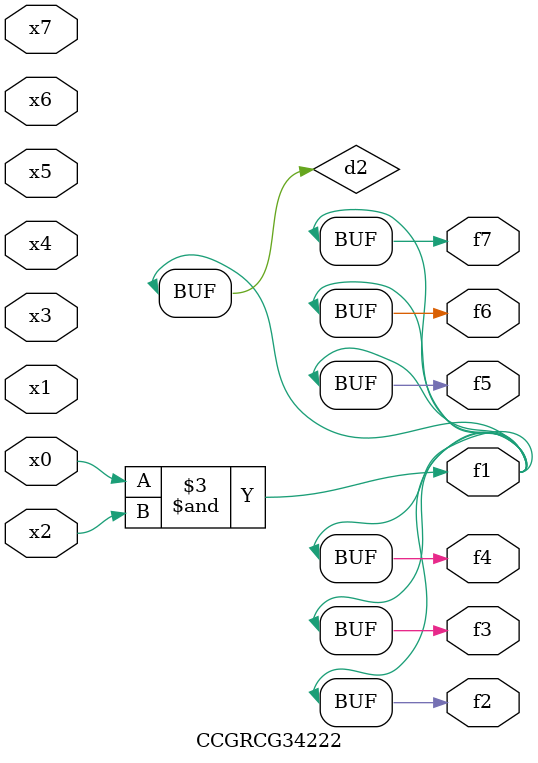
<source format=v>
module CCGRCG34222(
	input x0, x1, x2, x3, x4, x5, x6, x7,
	output f1, f2, f3, f4, f5, f6, f7
);

	wire d1, d2;

	nor (d1, x3, x6);
	and (d2, x0, x2);
	assign f1 = d2;
	assign f2 = d2;
	assign f3 = d2;
	assign f4 = d2;
	assign f5 = d2;
	assign f6 = d2;
	assign f7 = d2;
endmodule

</source>
